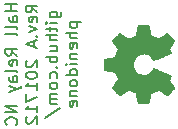
<source format=gbr>
G04 #@! TF.FileFunction,Legend,Bot*
%FSLAX46Y46*%
G04 Gerber Fmt 4.6, Leading zero omitted, Abs format (unit mm)*
G04 Created by KiCad (PCBNEW 4.0.5-e0-6337~49~ubuntu15.04.1) date Sun Dec 17 23:25:19 2017*
%MOMM*%
%LPD*%
G01*
G04 APERTURE LIST*
%ADD10C,0.100000*%
%ADD11C,0.200000*%
%ADD12C,0.010000*%
G04 APERTURE END LIST*
D10*
D11*
X129728381Y-75700570D02*
X128728381Y-75700570D01*
X129204571Y-75700570D02*
X129204571Y-76271999D01*
X129728381Y-76271999D02*
X128728381Y-76271999D01*
X129728381Y-77176761D02*
X129204571Y-77176761D01*
X129109333Y-77129142D01*
X129061714Y-77033904D01*
X129061714Y-76843427D01*
X129109333Y-76748189D01*
X129680762Y-77176761D02*
X129728381Y-77081523D01*
X129728381Y-76843427D01*
X129680762Y-76748189D01*
X129585524Y-76700570D01*
X129490286Y-76700570D01*
X129395048Y-76748189D01*
X129347429Y-76843427D01*
X129347429Y-77081523D01*
X129299810Y-77176761D01*
X129728381Y-77795808D02*
X129680762Y-77700570D01*
X129585524Y-77652951D01*
X128728381Y-77652951D01*
X129728381Y-78319618D02*
X129680762Y-78224380D01*
X129585524Y-78176761D01*
X128728381Y-78176761D01*
X129728381Y-80033905D02*
X129252190Y-79700571D01*
X129728381Y-79462476D02*
X128728381Y-79462476D01*
X128728381Y-79843429D01*
X128776000Y-79938667D01*
X128823619Y-79986286D01*
X128918857Y-80033905D01*
X129061714Y-80033905D01*
X129156952Y-79986286D01*
X129204571Y-79938667D01*
X129252190Y-79843429D01*
X129252190Y-79462476D01*
X129680762Y-80843429D02*
X129728381Y-80748191D01*
X129728381Y-80557714D01*
X129680762Y-80462476D01*
X129585524Y-80414857D01*
X129204571Y-80414857D01*
X129109333Y-80462476D01*
X129061714Y-80557714D01*
X129061714Y-80748191D01*
X129109333Y-80843429D01*
X129204571Y-80891048D01*
X129299810Y-80891048D01*
X129395048Y-80414857D01*
X129728381Y-81462476D02*
X129680762Y-81367238D01*
X129585524Y-81319619D01*
X128728381Y-81319619D01*
X129728381Y-82272001D02*
X129204571Y-82272001D01*
X129109333Y-82224382D01*
X129061714Y-82129144D01*
X129061714Y-81938667D01*
X129109333Y-81843429D01*
X129680762Y-82272001D02*
X129728381Y-82176763D01*
X129728381Y-81938667D01*
X129680762Y-81843429D01*
X129585524Y-81795810D01*
X129490286Y-81795810D01*
X129395048Y-81843429D01*
X129347429Y-81938667D01*
X129347429Y-82176763D01*
X129299810Y-82272001D01*
X129061714Y-82652953D02*
X129728381Y-82891048D01*
X129061714Y-83129144D02*
X129728381Y-82891048D01*
X129966476Y-82795810D01*
X130014095Y-82748191D01*
X130061714Y-82652953D01*
X129728381Y-84272001D02*
X128728381Y-84272001D01*
X129728381Y-84843430D01*
X128728381Y-84843430D01*
X129633143Y-85891049D02*
X129680762Y-85843430D01*
X129728381Y-85700573D01*
X129728381Y-85605335D01*
X129680762Y-85462477D01*
X129585524Y-85367239D01*
X129490286Y-85319620D01*
X129299810Y-85272001D01*
X129156952Y-85272001D01*
X128966476Y-85319620D01*
X128871238Y-85367239D01*
X128776000Y-85462477D01*
X128728381Y-85605335D01*
X128728381Y-85700573D01*
X128776000Y-85843430D01*
X128823619Y-85891049D01*
X131428381Y-76367238D02*
X130952190Y-76033904D01*
X131428381Y-75795809D02*
X130428381Y-75795809D01*
X130428381Y-76176762D01*
X130476000Y-76272000D01*
X130523619Y-76319619D01*
X130618857Y-76367238D01*
X130761714Y-76367238D01*
X130856952Y-76319619D01*
X130904571Y-76272000D01*
X130952190Y-76176762D01*
X130952190Y-75795809D01*
X131380762Y-77176762D02*
X131428381Y-77081524D01*
X131428381Y-76891047D01*
X131380762Y-76795809D01*
X131285524Y-76748190D01*
X130904571Y-76748190D01*
X130809333Y-76795809D01*
X130761714Y-76891047D01*
X130761714Y-77081524D01*
X130809333Y-77176762D01*
X130904571Y-77224381D01*
X130999810Y-77224381D01*
X131095048Y-76748190D01*
X130761714Y-77557714D02*
X131428381Y-77795809D01*
X130761714Y-78033905D01*
X131333143Y-78414857D02*
X131380762Y-78462476D01*
X131428381Y-78414857D01*
X131380762Y-78367238D01*
X131333143Y-78414857D01*
X131428381Y-78414857D01*
X131142667Y-78843428D02*
X131142667Y-79319619D01*
X131428381Y-78748190D02*
X130428381Y-79081523D01*
X131428381Y-79414857D01*
X130523619Y-80462476D02*
X130476000Y-80510095D01*
X130428381Y-80605333D01*
X130428381Y-80843429D01*
X130476000Y-80938667D01*
X130523619Y-80986286D01*
X130618857Y-81033905D01*
X130714095Y-81033905D01*
X130856952Y-80986286D01*
X131428381Y-80414857D01*
X131428381Y-81033905D01*
X130428381Y-81652952D02*
X130428381Y-81748191D01*
X130476000Y-81843429D01*
X130523619Y-81891048D01*
X130618857Y-81938667D01*
X130809333Y-81986286D01*
X131047429Y-81986286D01*
X131237905Y-81938667D01*
X131333143Y-81891048D01*
X131380762Y-81843429D01*
X131428381Y-81748191D01*
X131428381Y-81652952D01*
X131380762Y-81557714D01*
X131333143Y-81510095D01*
X131237905Y-81462476D01*
X131047429Y-81414857D01*
X130809333Y-81414857D01*
X130618857Y-81462476D01*
X130523619Y-81510095D01*
X130476000Y-81557714D01*
X130428381Y-81652952D01*
X131428381Y-82938667D02*
X131428381Y-82367238D01*
X131428381Y-82652952D02*
X130428381Y-82652952D01*
X130571238Y-82557714D01*
X130666476Y-82462476D01*
X130714095Y-82367238D01*
X130428381Y-83272000D02*
X130428381Y-83938667D01*
X131428381Y-83510095D01*
X131428381Y-84843429D02*
X131428381Y-84272000D01*
X131428381Y-84557714D02*
X130428381Y-84557714D01*
X130571238Y-84462476D01*
X130666476Y-84367238D01*
X130714095Y-84272000D01*
X130523619Y-85224381D02*
X130476000Y-85272000D01*
X130428381Y-85367238D01*
X130428381Y-85605334D01*
X130476000Y-85700572D01*
X130523619Y-85748191D01*
X130618857Y-85795810D01*
X130714095Y-85795810D01*
X130856952Y-85748191D01*
X131428381Y-85176762D01*
X131428381Y-85795810D01*
X132461714Y-76795810D02*
X133271238Y-76795810D01*
X133366476Y-76748191D01*
X133414095Y-76700572D01*
X133461714Y-76605333D01*
X133461714Y-76462476D01*
X133414095Y-76367238D01*
X133080762Y-76795810D02*
X133128381Y-76700572D01*
X133128381Y-76510095D01*
X133080762Y-76414857D01*
X133033143Y-76367238D01*
X132937905Y-76319619D01*
X132652190Y-76319619D01*
X132556952Y-76367238D01*
X132509333Y-76414857D01*
X132461714Y-76510095D01*
X132461714Y-76700572D01*
X132509333Y-76795810D01*
X133128381Y-77272000D02*
X132461714Y-77272000D01*
X132128381Y-77272000D02*
X132176000Y-77224381D01*
X132223619Y-77272000D01*
X132176000Y-77319619D01*
X132128381Y-77272000D01*
X132223619Y-77272000D01*
X132461714Y-77605333D02*
X132461714Y-77986285D01*
X132128381Y-77748190D02*
X132985524Y-77748190D01*
X133080762Y-77795809D01*
X133128381Y-77891047D01*
X133128381Y-77986285D01*
X133128381Y-78319619D02*
X132128381Y-78319619D01*
X133128381Y-78748191D02*
X132604571Y-78748191D01*
X132509333Y-78700572D01*
X132461714Y-78605334D01*
X132461714Y-78462476D01*
X132509333Y-78367238D01*
X132556952Y-78319619D01*
X132461714Y-79652953D02*
X133128381Y-79652953D01*
X132461714Y-79224381D02*
X132985524Y-79224381D01*
X133080762Y-79272000D01*
X133128381Y-79367238D01*
X133128381Y-79510096D01*
X133080762Y-79605334D01*
X133033143Y-79652953D01*
X133128381Y-80129143D02*
X132128381Y-80129143D01*
X132509333Y-80129143D02*
X132461714Y-80224381D01*
X132461714Y-80414858D01*
X132509333Y-80510096D01*
X132556952Y-80557715D01*
X132652190Y-80605334D01*
X132937905Y-80605334D01*
X133033143Y-80557715D01*
X133080762Y-80510096D01*
X133128381Y-80414858D01*
X133128381Y-80224381D01*
X133080762Y-80129143D01*
X133033143Y-81033905D02*
X133080762Y-81081524D01*
X133128381Y-81033905D01*
X133080762Y-80986286D01*
X133033143Y-81033905D01*
X133128381Y-81033905D01*
X133080762Y-81938667D02*
X133128381Y-81843429D01*
X133128381Y-81652952D01*
X133080762Y-81557714D01*
X133033143Y-81510095D01*
X132937905Y-81462476D01*
X132652190Y-81462476D01*
X132556952Y-81510095D01*
X132509333Y-81557714D01*
X132461714Y-81652952D01*
X132461714Y-81843429D01*
X132509333Y-81938667D01*
X133128381Y-82510095D02*
X133080762Y-82414857D01*
X133033143Y-82367238D01*
X132937905Y-82319619D01*
X132652190Y-82319619D01*
X132556952Y-82367238D01*
X132509333Y-82414857D01*
X132461714Y-82510095D01*
X132461714Y-82652953D01*
X132509333Y-82748191D01*
X132556952Y-82795810D01*
X132652190Y-82843429D01*
X132937905Y-82843429D01*
X133033143Y-82795810D01*
X133080762Y-82748191D01*
X133128381Y-82652953D01*
X133128381Y-82510095D01*
X133128381Y-83272000D02*
X132461714Y-83272000D01*
X132556952Y-83272000D02*
X132509333Y-83319619D01*
X132461714Y-83414857D01*
X132461714Y-83557715D01*
X132509333Y-83652953D01*
X132604571Y-83700572D01*
X133128381Y-83700572D01*
X132604571Y-83700572D02*
X132509333Y-83748191D01*
X132461714Y-83843429D01*
X132461714Y-83986286D01*
X132509333Y-84081524D01*
X132604571Y-84129143D01*
X133128381Y-84129143D01*
X132080762Y-85319619D02*
X133366476Y-84462476D01*
X134161714Y-77200571D02*
X135161714Y-77200571D01*
X134209333Y-77200571D02*
X134161714Y-77295809D01*
X134161714Y-77486286D01*
X134209333Y-77581524D01*
X134256952Y-77629143D01*
X134352190Y-77676762D01*
X134637905Y-77676762D01*
X134733143Y-77629143D01*
X134780762Y-77581524D01*
X134828381Y-77486286D01*
X134828381Y-77295809D01*
X134780762Y-77200571D01*
X134828381Y-78105333D02*
X133828381Y-78105333D01*
X134828381Y-78533905D02*
X134304571Y-78533905D01*
X134209333Y-78486286D01*
X134161714Y-78391048D01*
X134161714Y-78248190D01*
X134209333Y-78152952D01*
X134256952Y-78105333D01*
X134780762Y-79391048D02*
X134828381Y-79295810D01*
X134828381Y-79105333D01*
X134780762Y-79010095D01*
X134685524Y-78962476D01*
X134304571Y-78962476D01*
X134209333Y-79010095D01*
X134161714Y-79105333D01*
X134161714Y-79295810D01*
X134209333Y-79391048D01*
X134304571Y-79438667D01*
X134399810Y-79438667D01*
X134495048Y-78962476D01*
X134161714Y-79867238D02*
X134828381Y-79867238D01*
X134256952Y-79867238D02*
X134209333Y-79914857D01*
X134161714Y-80010095D01*
X134161714Y-80152953D01*
X134209333Y-80248191D01*
X134304571Y-80295810D01*
X134828381Y-80295810D01*
X134828381Y-80772000D02*
X134161714Y-80772000D01*
X133828381Y-80772000D02*
X133876000Y-80724381D01*
X133923619Y-80772000D01*
X133876000Y-80819619D01*
X133828381Y-80772000D01*
X133923619Y-80772000D01*
X134828381Y-81676762D02*
X133828381Y-81676762D01*
X134780762Y-81676762D02*
X134828381Y-81581524D01*
X134828381Y-81391047D01*
X134780762Y-81295809D01*
X134733143Y-81248190D01*
X134637905Y-81200571D01*
X134352190Y-81200571D01*
X134256952Y-81248190D01*
X134209333Y-81295809D01*
X134161714Y-81391047D01*
X134161714Y-81581524D01*
X134209333Y-81676762D01*
X134828381Y-82295809D02*
X134780762Y-82200571D01*
X134733143Y-82152952D01*
X134637905Y-82105333D01*
X134352190Y-82105333D01*
X134256952Y-82152952D01*
X134209333Y-82200571D01*
X134161714Y-82295809D01*
X134161714Y-82438667D01*
X134209333Y-82533905D01*
X134256952Y-82581524D01*
X134352190Y-82629143D01*
X134637905Y-82629143D01*
X134733143Y-82581524D01*
X134780762Y-82533905D01*
X134828381Y-82438667D01*
X134828381Y-82295809D01*
X134161714Y-83057714D02*
X134828381Y-83057714D01*
X134256952Y-83057714D02*
X134209333Y-83105333D01*
X134161714Y-83200571D01*
X134161714Y-83343429D01*
X134209333Y-83438667D01*
X134304571Y-83486286D01*
X134828381Y-83486286D01*
X134780762Y-84343429D02*
X134828381Y-84248191D01*
X134828381Y-84057714D01*
X134780762Y-83962476D01*
X134685524Y-83914857D01*
X134304571Y-83914857D01*
X134209333Y-83962476D01*
X134161714Y-84057714D01*
X134161714Y-84248191D01*
X134209333Y-84343429D01*
X134304571Y-84391048D01*
X134399810Y-84391048D01*
X134495048Y-83914857D01*
D12*
G36*
X137549931Y-80216186D02*
X137994555Y-80132365D01*
X138122053Y-79823080D01*
X138249551Y-79513794D01*
X137997246Y-79142754D01*
X137926996Y-79038843D01*
X137864272Y-78944913D01*
X137811938Y-78865348D01*
X137772857Y-78804530D01*
X137749893Y-78766843D01*
X137744942Y-78756579D01*
X137757676Y-78738090D01*
X137792882Y-78698580D01*
X137846062Y-78642478D01*
X137912718Y-78574213D01*
X137988354Y-78498214D01*
X138068472Y-78418908D01*
X138148574Y-78340725D01*
X138224164Y-78268093D01*
X138290745Y-78205441D01*
X138343818Y-78157197D01*
X138378887Y-78127790D01*
X138390623Y-78120759D01*
X138412260Y-78130877D01*
X138459662Y-78159241D01*
X138528193Y-78202871D01*
X138613215Y-78258782D01*
X138710093Y-78323994D01*
X138765350Y-78361781D01*
X138866248Y-78430657D01*
X138957299Y-78491860D01*
X139033970Y-78542422D01*
X139091728Y-78579372D01*
X139126043Y-78599742D01*
X139133254Y-78602803D01*
X139153748Y-78595864D01*
X139201513Y-78576949D01*
X139269832Y-78548913D01*
X139351989Y-78514609D01*
X139441270Y-78476891D01*
X139530958Y-78438613D01*
X139614338Y-78402630D01*
X139684694Y-78371794D01*
X139735310Y-78348961D01*
X139759471Y-78336983D01*
X139760422Y-78336276D01*
X139765036Y-78317469D01*
X139775328Y-78267382D01*
X139790287Y-78191207D01*
X139808901Y-78094135D01*
X139830159Y-77981357D01*
X139842418Y-77915558D01*
X139865362Y-77795050D01*
X139887195Y-77686203D01*
X139906722Y-77594524D01*
X139922748Y-77525519D01*
X139934079Y-77484696D01*
X139937674Y-77476489D01*
X139962006Y-77468452D01*
X140016959Y-77461967D01*
X140096108Y-77457030D01*
X140193026Y-77453636D01*
X140301287Y-77451782D01*
X140414465Y-77451462D01*
X140526135Y-77452673D01*
X140629868Y-77455410D01*
X140719241Y-77459669D01*
X140787826Y-77465445D01*
X140829197Y-77472733D01*
X140837810Y-77477105D01*
X140848133Y-77503236D01*
X140862892Y-77558607D01*
X140880352Y-77635893D01*
X140898780Y-77727770D01*
X140904741Y-77759842D01*
X140933066Y-77914476D01*
X140955876Y-78036625D01*
X140974080Y-78130327D01*
X140988583Y-78199616D01*
X141000292Y-78248529D01*
X141010115Y-78281103D01*
X141018956Y-78301372D01*
X141027724Y-78313374D01*
X141029457Y-78315053D01*
X141057371Y-78331816D01*
X141111695Y-78357386D01*
X141185777Y-78389212D01*
X141272965Y-78424740D01*
X141366608Y-78461417D01*
X141460052Y-78496689D01*
X141546647Y-78528004D01*
X141619740Y-78552807D01*
X141672678Y-78568546D01*
X141698811Y-78572668D01*
X141699726Y-78572324D01*
X141721086Y-78558359D01*
X141768084Y-78526678D01*
X141835827Y-78480609D01*
X141919423Y-78423482D01*
X142013982Y-78358627D01*
X142040854Y-78340157D01*
X142138275Y-78274301D01*
X142227163Y-78216350D01*
X142302412Y-78169462D01*
X142358920Y-78136793D01*
X142391581Y-78121500D01*
X142395593Y-78120759D01*
X142416684Y-78133608D01*
X142458464Y-78169112D01*
X142516445Y-78222707D01*
X142586135Y-78289829D01*
X142663045Y-78365913D01*
X142742683Y-78446396D01*
X142820561Y-78526713D01*
X142892186Y-78602301D01*
X142953070Y-78668595D01*
X142998721Y-78721031D01*
X143024650Y-78755045D01*
X143028883Y-78764455D01*
X143018912Y-78786357D01*
X142992020Y-78831200D01*
X142952736Y-78891679D01*
X142921117Y-78938211D01*
X142863098Y-79022525D01*
X142794784Y-79122374D01*
X142726579Y-79222527D01*
X142690075Y-79276373D01*
X142566800Y-79458629D01*
X142649520Y-79611619D01*
X142685759Y-79681318D01*
X142713926Y-79740586D01*
X142729991Y-79780689D01*
X142732226Y-79790897D01*
X142715722Y-79803171D01*
X142669082Y-79827387D01*
X142596609Y-79861737D01*
X142502606Y-79904412D01*
X142391374Y-79953606D01*
X142267215Y-80007510D01*
X142134432Y-80064316D01*
X141997327Y-80122218D01*
X141860202Y-80179407D01*
X141727358Y-80234076D01*
X141603098Y-80284416D01*
X141491725Y-80328620D01*
X141397539Y-80364881D01*
X141324844Y-80391391D01*
X141277941Y-80406342D01*
X141261833Y-80408746D01*
X141241286Y-80389689D01*
X141207933Y-80347964D01*
X141168702Y-80292294D01*
X141165599Y-80287622D01*
X141050423Y-80143736D01*
X140916053Y-80027717D01*
X140766784Y-79940570D01*
X140606913Y-79883301D01*
X140440737Y-79856914D01*
X140272552Y-79862415D01*
X140106655Y-79900810D01*
X139947342Y-79973105D01*
X139912487Y-79994374D01*
X139771737Y-80105004D01*
X139658714Y-80235698D01*
X139574003Y-80381936D01*
X139518194Y-80539192D01*
X139491874Y-80702943D01*
X139495630Y-80868667D01*
X139530050Y-81031838D01*
X139595723Y-81187935D01*
X139693235Y-81332433D01*
X139732813Y-81377131D01*
X139856703Y-81490888D01*
X139987124Y-81573782D01*
X140133315Y-81630644D01*
X140278088Y-81662313D01*
X140440860Y-81670131D01*
X140604440Y-81644062D01*
X140763298Y-81586755D01*
X140911906Y-81500856D01*
X141044735Y-81389014D01*
X141156256Y-81253877D01*
X141168011Y-81236117D01*
X141206508Y-81179850D01*
X141239863Y-81137077D01*
X141261160Y-81116628D01*
X141261833Y-81116331D01*
X141284871Y-81120721D01*
X141337157Y-81138124D01*
X141414390Y-81166732D01*
X141512268Y-81204735D01*
X141626491Y-81250326D01*
X141752758Y-81301697D01*
X141886767Y-81357038D01*
X142024218Y-81414542D01*
X142160808Y-81472399D01*
X142292237Y-81528802D01*
X142414205Y-81581942D01*
X142522409Y-81630010D01*
X142612549Y-81671199D01*
X142680323Y-81703699D01*
X142721430Y-81725703D01*
X142732226Y-81734564D01*
X142723819Y-81761640D01*
X142701272Y-81812303D01*
X142668613Y-81877817D01*
X142649520Y-81913841D01*
X142566800Y-82066832D01*
X142690075Y-82249088D01*
X142753228Y-82342125D01*
X142822727Y-82443985D01*
X142888165Y-82539438D01*
X142921117Y-82587250D01*
X142966273Y-82654495D01*
X143002057Y-82711436D01*
X143023938Y-82750646D01*
X143028563Y-82763381D01*
X143016085Y-82781917D01*
X142981252Y-82822941D01*
X142927678Y-82882475D01*
X142858983Y-82956542D01*
X142778781Y-83041165D01*
X142727286Y-83094685D01*
X142635286Y-83188319D01*
X142552999Y-83269241D01*
X142483945Y-83334177D01*
X142431644Y-83379858D01*
X142399616Y-83403011D01*
X142393116Y-83405232D01*
X142368394Y-83394924D01*
X142318405Y-83366439D01*
X142248212Y-83322937D01*
X142162875Y-83267577D01*
X142067456Y-83203520D01*
X142040854Y-83185303D01*
X141944167Y-83118927D01*
X141857117Y-83059378D01*
X141784595Y-83009984D01*
X141731493Y-82974075D01*
X141702703Y-82954981D01*
X141699726Y-82953136D01*
X141676782Y-82955895D01*
X141626336Y-82970538D01*
X141555041Y-82994513D01*
X141469547Y-83025266D01*
X141376507Y-83060244D01*
X141282574Y-83096893D01*
X141194399Y-83132661D01*
X141118634Y-83164994D01*
X141061931Y-83191338D01*
X141030943Y-83209142D01*
X141029457Y-83210407D01*
X141020601Y-83221294D01*
X141011843Y-83239682D01*
X141002277Y-83269606D01*
X140990996Y-83315103D01*
X140977093Y-83380209D01*
X140959663Y-83468961D01*
X140937798Y-83585393D01*
X140910591Y-83733542D01*
X140904741Y-83765618D01*
X140886374Y-83860686D01*
X140868405Y-83943565D01*
X140852569Y-84006930D01*
X140840600Y-84043458D01*
X140837810Y-84048356D01*
X140813072Y-84056427D01*
X140757790Y-84062987D01*
X140678389Y-84068033D01*
X140581296Y-84071559D01*
X140472938Y-84073561D01*
X140359740Y-84074036D01*
X140248128Y-84072977D01*
X140144529Y-84070382D01*
X140055368Y-84066246D01*
X139987072Y-84060563D01*
X139946066Y-84053331D01*
X139937674Y-84048971D01*
X139929208Y-84024698D01*
X139915435Y-83969426D01*
X139897550Y-83888662D01*
X139876748Y-83787912D01*
X139854223Y-83672683D01*
X139842418Y-83609902D01*
X139820151Y-83490787D01*
X139799979Y-83384565D01*
X139782915Y-83296427D01*
X139769969Y-83231566D01*
X139762155Y-83195174D01*
X139760422Y-83189184D01*
X139740890Y-83179061D01*
X139693843Y-83157662D01*
X139626003Y-83127839D01*
X139544091Y-83092445D01*
X139454828Y-83054332D01*
X139364935Y-83016353D01*
X139281135Y-82981360D01*
X139210147Y-82952206D01*
X139158694Y-82931743D01*
X139133497Y-82922823D01*
X139132396Y-82922657D01*
X139112519Y-82932769D01*
X139066777Y-82961117D01*
X138999717Y-83004723D01*
X138915884Y-83060606D01*
X138819826Y-83125787D01*
X138764650Y-83163679D01*
X138663481Y-83232725D01*
X138571630Y-83294050D01*
X138493744Y-83344663D01*
X138434469Y-83381571D01*
X138398451Y-83401782D01*
X138390377Y-83404701D01*
X138371584Y-83392153D01*
X138331457Y-83357463D01*
X138274493Y-83305063D01*
X138205185Y-83239384D01*
X138128031Y-83164856D01*
X138047525Y-83085913D01*
X137968163Y-83006983D01*
X137894440Y-82932500D01*
X137830852Y-82866894D01*
X137781894Y-82814596D01*
X137752061Y-82780039D01*
X137744942Y-82768478D01*
X137754953Y-82749654D01*
X137783078Y-82704631D01*
X137826454Y-82637787D01*
X137882218Y-82553499D01*
X137947506Y-82456144D01*
X137997246Y-82382707D01*
X138249551Y-82011667D01*
X137994555Y-81393095D01*
X137549931Y-81309275D01*
X137105307Y-81225454D01*
X137105307Y-80300006D01*
X137549931Y-80216186D01*
X137549931Y-80216186D01*
G37*
X137549931Y-80216186D02*
X137994555Y-80132365D01*
X138122053Y-79823080D01*
X138249551Y-79513794D01*
X137997246Y-79142754D01*
X137926996Y-79038843D01*
X137864272Y-78944913D01*
X137811938Y-78865348D01*
X137772857Y-78804530D01*
X137749893Y-78766843D01*
X137744942Y-78756579D01*
X137757676Y-78738090D01*
X137792882Y-78698580D01*
X137846062Y-78642478D01*
X137912718Y-78574213D01*
X137988354Y-78498214D01*
X138068472Y-78418908D01*
X138148574Y-78340725D01*
X138224164Y-78268093D01*
X138290745Y-78205441D01*
X138343818Y-78157197D01*
X138378887Y-78127790D01*
X138390623Y-78120759D01*
X138412260Y-78130877D01*
X138459662Y-78159241D01*
X138528193Y-78202871D01*
X138613215Y-78258782D01*
X138710093Y-78323994D01*
X138765350Y-78361781D01*
X138866248Y-78430657D01*
X138957299Y-78491860D01*
X139033970Y-78542422D01*
X139091728Y-78579372D01*
X139126043Y-78599742D01*
X139133254Y-78602803D01*
X139153748Y-78595864D01*
X139201513Y-78576949D01*
X139269832Y-78548913D01*
X139351989Y-78514609D01*
X139441270Y-78476891D01*
X139530958Y-78438613D01*
X139614338Y-78402630D01*
X139684694Y-78371794D01*
X139735310Y-78348961D01*
X139759471Y-78336983D01*
X139760422Y-78336276D01*
X139765036Y-78317469D01*
X139775328Y-78267382D01*
X139790287Y-78191207D01*
X139808901Y-78094135D01*
X139830159Y-77981357D01*
X139842418Y-77915558D01*
X139865362Y-77795050D01*
X139887195Y-77686203D01*
X139906722Y-77594524D01*
X139922748Y-77525519D01*
X139934079Y-77484696D01*
X139937674Y-77476489D01*
X139962006Y-77468452D01*
X140016959Y-77461967D01*
X140096108Y-77457030D01*
X140193026Y-77453636D01*
X140301287Y-77451782D01*
X140414465Y-77451462D01*
X140526135Y-77452673D01*
X140629868Y-77455410D01*
X140719241Y-77459669D01*
X140787826Y-77465445D01*
X140829197Y-77472733D01*
X140837810Y-77477105D01*
X140848133Y-77503236D01*
X140862892Y-77558607D01*
X140880352Y-77635893D01*
X140898780Y-77727770D01*
X140904741Y-77759842D01*
X140933066Y-77914476D01*
X140955876Y-78036625D01*
X140974080Y-78130327D01*
X140988583Y-78199616D01*
X141000292Y-78248529D01*
X141010115Y-78281103D01*
X141018956Y-78301372D01*
X141027724Y-78313374D01*
X141029457Y-78315053D01*
X141057371Y-78331816D01*
X141111695Y-78357386D01*
X141185777Y-78389212D01*
X141272965Y-78424740D01*
X141366608Y-78461417D01*
X141460052Y-78496689D01*
X141546647Y-78528004D01*
X141619740Y-78552807D01*
X141672678Y-78568546D01*
X141698811Y-78572668D01*
X141699726Y-78572324D01*
X141721086Y-78558359D01*
X141768084Y-78526678D01*
X141835827Y-78480609D01*
X141919423Y-78423482D01*
X142013982Y-78358627D01*
X142040854Y-78340157D01*
X142138275Y-78274301D01*
X142227163Y-78216350D01*
X142302412Y-78169462D01*
X142358920Y-78136793D01*
X142391581Y-78121500D01*
X142395593Y-78120759D01*
X142416684Y-78133608D01*
X142458464Y-78169112D01*
X142516445Y-78222707D01*
X142586135Y-78289829D01*
X142663045Y-78365913D01*
X142742683Y-78446396D01*
X142820561Y-78526713D01*
X142892186Y-78602301D01*
X142953070Y-78668595D01*
X142998721Y-78721031D01*
X143024650Y-78755045D01*
X143028883Y-78764455D01*
X143018912Y-78786357D01*
X142992020Y-78831200D01*
X142952736Y-78891679D01*
X142921117Y-78938211D01*
X142863098Y-79022525D01*
X142794784Y-79122374D01*
X142726579Y-79222527D01*
X142690075Y-79276373D01*
X142566800Y-79458629D01*
X142649520Y-79611619D01*
X142685759Y-79681318D01*
X142713926Y-79740586D01*
X142729991Y-79780689D01*
X142732226Y-79790897D01*
X142715722Y-79803171D01*
X142669082Y-79827387D01*
X142596609Y-79861737D01*
X142502606Y-79904412D01*
X142391374Y-79953606D01*
X142267215Y-80007510D01*
X142134432Y-80064316D01*
X141997327Y-80122218D01*
X141860202Y-80179407D01*
X141727358Y-80234076D01*
X141603098Y-80284416D01*
X141491725Y-80328620D01*
X141397539Y-80364881D01*
X141324844Y-80391391D01*
X141277941Y-80406342D01*
X141261833Y-80408746D01*
X141241286Y-80389689D01*
X141207933Y-80347964D01*
X141168702Y-80292294D01*
X141165599Y-80287622D01*
X141050423Y-80143736D01*
X140916053Y-80027717D01*
X140766784Y-79940570D01*
X140606913Y-79883301D01*
X140440737Y-79856914D01*
X140272552Y-79862415D01*
X140106655Y-79900810D01*
X139947342Y-79973105D01*
X139912487Y-79994374D01*
X139771737Y-80105004D01*
X139658714Y-80235698D01*
X139574003Y-80381936D01*
X139518194Y-80539192D01*
X139491874Y-80702943D01*
X139495630Y-80868667D01*
X139530050Y-81031838D01*
X139595723Y-81187935D01*
X139693235Y-81332433D01*
X139732813Y-81377131D01*
X139856703Y-81490888D01*
X139987124Y-81573782D01*
X140133315Y-81630644D01*
X140278088Y-81662313D01*
X140440860Y-81670131D01*
X140604440Y-81644062D01*
X140763298Y-81586755D01*
X140911906Y-81500856D01*
X141044735Y-81389014D01*
X141156256Y-81253877D01*
X141168011Y-81236117D01*
X141206508Y-81179850D01*
X141239863Y-81137077D01*
X141261160Y-81116628D01*
X141261833Y-81116331D01*
X141284871Y-81120721D01*
X141337157Y-81138124D01*
X141414390Y-81166732D01*
X141512268Y-81204735D01*
X141626491Y-81250326D01*
X141752758Y-81301697D01*
X141886767Y-81357038D01*
X142024218Y-81414542D01*
X142160808Y-81472399D01*
X142292237Y-81528802D01*
X142414205Y-81581942D01*
X142522409Y-81630010D01*
X142612549Y-81671199D01*
X142680323Y-81703699D01*
X142721430Y-81725703D01*
X142732226Y-81734564D01*
X142723819Y-81761640D01*
X142701272Y-81812303D01*
X142668613Y-81877817D01*
X142649520Y-81913841D01*
X142566800Y-82066832D01*
X142690075Y-82249088D01*
X142753228Y-82342125D01*
X142822727Y-82443985D01*
X142888165Y-82539438D01*
X142921117Y-82587250D01*
X142966273Y-82654495D01*
X143002057Y-82711436D01*
X143023938Y-82750646D01*
X143028563Y-82763381D01*
X143016085Y-82781917D01*
X142981252Y-82822941D01*
X142927678Y-82882475D01*
X142858983Y-82956542D01*
X142778781Y-83041165D01*
X142727286Y-83094685D01*
X142635286Y-83188319D01*
X142552999Y-83269241D01*
X142483945Y-83334177D01*
X142431644Y-83379858D01*
X142399616Y-83403011D01*
X142393116Y-83405232D01*
X142368394Y-83394924D01*
X142318405Y-83366439D01*
X142248212Y-83322937D01*
X142162875Y-83267577D01*
X142067456Y-83203520D01*
X142040854Y-83185303D01*
X141944167Y-83118927D01*
X141857117Y-83059378D01*
X141784595Y-83009984D01*
X141731493Y-82974075D01*
X141702703Y-82954981D01*
X141699726Y-82953136D01*
X141676782Y-82955895D01*
X141626336Y-82970538D01*
X141555041Y-82994513D01*
X141469547Y-83025266D01*
X141376507Y-83060244D01*
X141282574Y-83096893D01*
X141194399Y-83132661D01*
X141118634Y-83164994D01*
X141061931Y-83191338D01*
X141030943Y-83209142D01*
X141029457Y-83210407D01*
X141020601Y-83221294D01*
X141011843Y-83239682D01*
X141002277Y-83269606D01*
X140990996Y-83315103D01*
X140977093Y-83380209D01*
X140959663Y-83468961D01*
X140937798Y-83585393D01*
X140910591Y-83733542D01*
X140904741Y-83765618D01*
X140886374Y-83860686D01*
X140868405Y-83943565D01*
X140852569Y-84006930D01*
X140840600Y-84043458D01*
X140837810Y-84048356D01*
X140813072Y-84056427D01*
X140757790Y-84062987D01*
X140678389Y-84068033D01*
X140581296Y-84071559D01*
X140472938Y-84073561D01*
X140359740Y-84074036D01*
X140248128Y-84072977D01*
X140144529Y-84070382D01*
X140055368Y-84066246D01*
X139987072Y-84060563D01*
X139946066Y-84053331D01*
X139937674Y-84048971D01*
X139929208Y-84024698D01*
X139915435Y-83969426D01*
X139897550Y-83888662D01*
X139876748Y-83787912D01*
X139854223Y-83672683D01*
X139842418Y-83609902D01*
X139820151Y-83490787D01*
X139799979Y-83384565D01*
X139782915Y-83296427D01*
X139769969Y-83231566D01*
X139762155Y-83195174D01*
X139760422Y-83189184D01*
X139740890Y-83179061D01*
X139693843Y-83157662D01*
X139626003Y-83127839D01*
X139544091Y-83092445D01*
X139454828Y-83054332D01*
X139364935Y-83016353D01*
X139281135Y-82981360D01*
X139210147Y-82952206D01*
X139158694Y-82931743D01*
X139133497Y-82922823D01*
X139132396Y-82922657D01*
X139112519Y-82932769D01*
X139066777Y-82961117D01*
X138999717Y-83004723D01*
X138915884Y-83060606D01*
X138819826Y-83125787D01*
X138764650Y-83163679D01*
X138663481Y-83232725D01*
X138571630Y-83294050D01*
X138493744Y-83344663D01*
X138434469Y-83381571D01*
X138398451Y-83401782D01*
X138390377Y-83404701D01*
X138371584Y-83392153D01*
X138331457Y-83357463D01*
X138274493Y-83305063D01*
X138205185Y-83239384D01*
X138128031Y-83164856D01*
X138047525Y-83085913D01*
X137968163Y-83006983D01*
X137894440Y-82932500D01*
X137830852Y-82866894D01*
X137781894Y-82814596D01*
X137752061Y-82780039D01*
X137744942Y-82768478D01*
X137754953Y-82749654D01*
X137783078Y-82704631D01*
X137826454Y-82637787D01*
X137882218Y-82553499D01*
X137947506Y-82456144D01*
X137997246Y-82382707D01*
X138249551Y-82011667D01*
X137994555Y-81393095D01*
X137549931Y-81309275D01*
X137105307Y-81225454D01*
X137105307Y-80300006D01*
X137549931Y-80216186D01*
M02*

</source>
